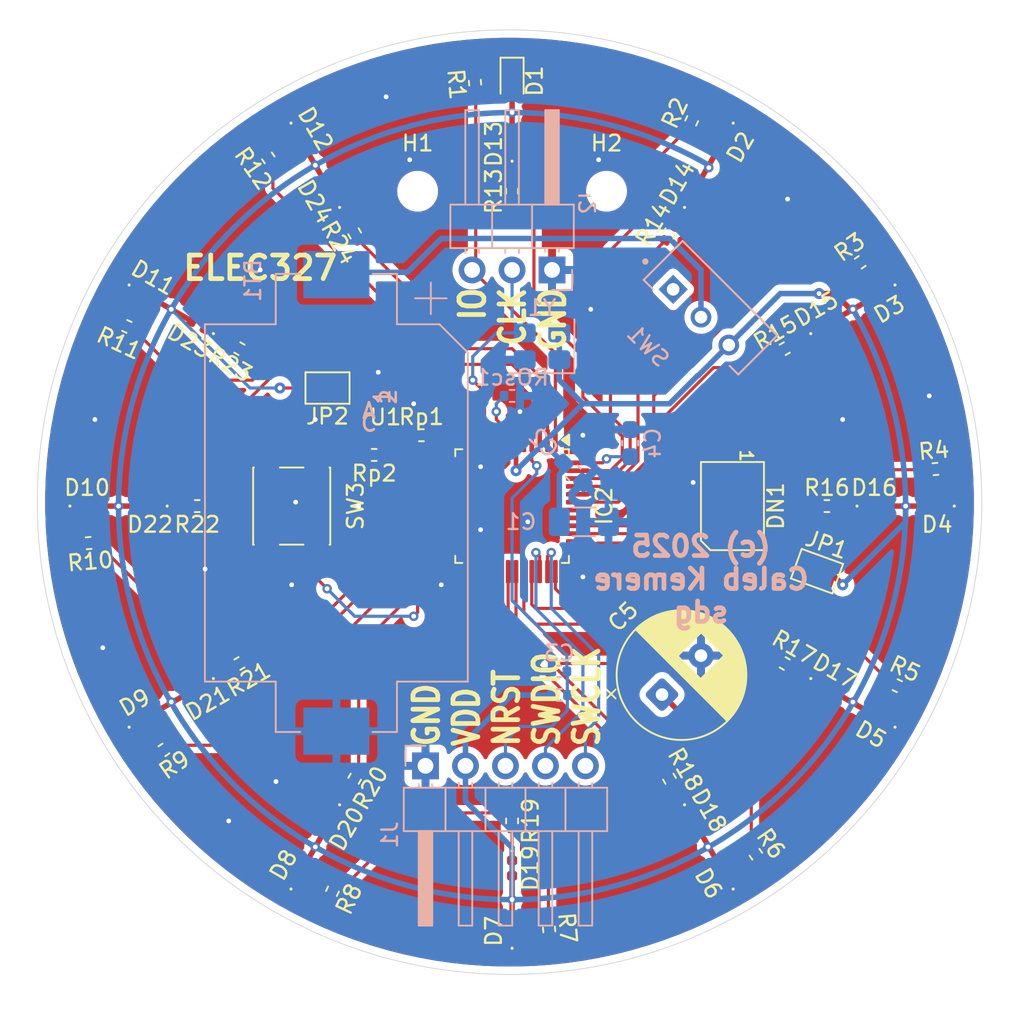
<source format=kicad_pcb>
(kicad_pcb (version 20241229) (generator "pcbnew") (generator_version "9.0")
  (layers (0 "F.Cu" signal) (2 "B.Cu" signal) (13 "F.Paste" user) (15 "B.Paste" user) (5 "F.SilkS" user "F.Silkscreen") (7 "B.SilkS" user "B.Silkscreen") (1 "F.Mask" user) (3 "B.Mask" user) (25 "Edge.Cuts" user))
  (net 0 "")
  (net 1 "Net-(BT1-+)")
  (net 2 "GND")
  (net 3 "VDD")
  (net 4 "NRST")
  (net 5 "VCORE")
  (net 6 "Net-(D1-K)")
  (net 8 "Net-(DN1-VDD)")
  (net 9 "NEOPIXEL_DATA")
  (net 10 "SWCLK")
  (net 11 "SWDIO")
  (net 12 "LFCLK")
  (net 13 "LED11A")
  (net 14 "ROSC")
  (net 15 "LED4A")
  (net 16 "LED8B")
  (net 17 "LED10A")
  (net 18 "LED12B")
  (net 19 "LED7A")
  (net 20 "LED5B")
  (net 21 "LED5A")
  (net 22 "LED1A")
  (net 23 "LED2B")
  (net 24 "I2C1_SDA")
  (net 25 "LED10B")
  (net 26 "LED7B")
  (net 27 "LED8A")
  (net 28 "LED4B")
  (net 29 "LED9B")
  (net 31 "LED3A")
  (net 32 "LED6B")
  (net 33 "BUTTON_IO")
  (net 34 "LED2A")
  (net 35 "LED6A")
  (net 36 "LED1B")
  (net 37 "LED9A")
  (net 39 "LED11B")
  (net 41 "LED12A")
  (net 42 "LED3B")
  (net 43 "Net-(D13-K)")
  (net 44 "Net-(D2-K)")
  (net 45 "Net-(D3-K)")
  (net 46 "Net-(D4-K)")
  (net 47 "Net-(D5-K)")
  (net 48 "Net-(D6-K)")
  (net 49 "Net-(D7-K)")
  (net 50 "Net-(D8-K)")
  (net 51 "Net-(D9-K)")
  (net 52 "Net-(D10-K)")
  (net 53 "Net-(D11-K)")
  (net 54 "Net-(D12-K)")
  (net 55 "Net-(D14-K)")
  (net 56 "Net-(D15-K)")
  (net 57 "Net-(D16-K)")
  (net 58 "Net-(D17-K)")
  (net 59 "Net-(D18-K)")
  (net 60 "Net-(D19-K)")
  (net 61 "Net-(D20-K)")
  (net 62 "Net-(D21-K)")
  (net 63 "Net-(D22-K)")
  (net 64 "Net-(D23-K)")
  (net 65 "Net-(D24-K)")
  (net 74 "I2C1_SCL")
  (net 77 "Net-(JP2-A)")
  (footprint "LED_SMD:LED_SK6812MINI_PLCC4_3.5x3.5mm_P1.75mm" (layer "F.Cu") (at 114 100 -90)
    (property "Reference" "DN1")
    (property "Value" "SK6812MINI")
  )
  (footprint "Resistor_SMD:R_0402_1005Metric" (layer "F.Cu") (at 100 80 90)
    (property "Reference" "R13")
    (property "Value" "330")
  )
  (footprint "Resistor_SMD:R_0402_1005Metric" (layer "F.Cu") (at 126.897212 97.645757 5)
    (property "Reference" "R4")
    (property "Value" "470")
  )
  (footprint "LED_SMD:LED_0402_1005Metric" (layer "F.Cu") (at 119.918584 111.5 -30)
    (property "Reference" "D17")
    (property "Value" "XINGLIGHT XL-1005UYC")
  )
  (footprint "Resistor_SMD:R_0402_1005Metric" (layer "F.Cu") (at 117.320508 110 -30)
    (property "Reference" "R17")
    (property "Value" "330")
  )
  (footprint "Jumper:SolderJumper-2_P1.3mm_Open_TrianglePad1.0x1.5mm" (layer "F.Cu") (at 88.275 92.5 180)
    (property "Reference" "JP2")
    (property "Value" "SolderJumper_2_Open")
  )
  (footprint "LED_SMD:LED_0402_1005Metric" (layer "F.Cu") (at 123.382685 113.5 150)
    (property "Reference" "D5")
    (property "Value" "XL-1005SURC")
  )
  (footprint "Button_Switch_SMD:SW_SPST_PTS647_Sx38" (layer "F.Cu") (at 86 100 -90)
    (property "Reference" "SW3")
    (property "Value" "SW_SPST")
  )
  (footprint "LED_SMD:LED_0402_1005Metric" (layer "F.Cu") (at 111.5 119.918584 -60)
    (property "Reference" "D18")
    (property "Value" "XINGLIGHT XL-1005UYC")
  )
  (footprint "MountingHole:MountingHole_2.1mm" (layer "F.Cu") (at 94 80)
    (property "Reference" "H1")
    (property "Value" "MountingHole")
  )
  (footprint "LED_SMD:LED_0402_1005Metric" (layer "F.Cu") (at 127 100 180)
    (property "Reference" "D4")
    (property "Value" "XL-1005SURC")
  )
  (footprint "ELEC327-Kicad:DSBGA6_YBG_TEX" (layer "F.Cu") (at 91.95 94.34995)
    (property "Reference" "U1")
    (property "Value" "TMAG3001A2YBGR")
  )
  (footprint "Resistor_SMD:R_0402_1005Metric" (layer "F.Cu") (at 82.679491 90 150)
    (property "Reference" "R23")
    (property "Value" "330")
  )
  (footprint "Resistor_SMD:R_0402_1005Metric" (layer "F.Cu") (at 110 82.679491 60)
    (property "Reference" "R14")
    (property "Value" "330")
  )
  (footprint "Resistor_SMD:R_0402_1005Metric" (layer "F.Cu") (at 84.51339 77.881857 125)
    (property "Reference" "R12")
    (property "Value" "470")
  )
  (footprint "LED_SMD:LED_0402_1005Metric" (layer "F.Cu") (at 80.081415 88.5 150)
    (property "Reference" "D23")
    (property "Value" "XINGLIGHT XL-1005UYC")
  )
  (footprint "LED_SMD:LED_0402_1005Metric" (layer "F.Cu") (at 76.617314 86.5 -30)
    (property "Reference" "D11")
    (property "Value" "XL-1005SURC")
  )
  (footprint "Resistor_SMD:R_0402_1005Metric" (layer "F.Cu") (at 91.24 96.75 180)
    (property "Reference" "Rp2")
    (property "Value" "2k")
  )
  (footprint "LED_SMD:LED_0402_1005Metric" (layer "F.Cu") (at 76.617314 113.5 30)
    (property "Reference" "D9")
    (property "Value" "XL-1005SURC")
  )
  (footprint "Resistor_SMD:R_0402_1005Metric" (layer "F.Cu") (at 97.64675 73.101706 95)
    (property "Reference" "R1")
    (property "Value" "470")
  )
  (footprint "LED_SMD:LED_0402_1005Metric" (layer "F.Cu") (at 100 127 90)
    (property "Reference" "D7")
    (property "Value" "XL-1005SURC")
  )
  (footprint "Resistor_SMD:R_0402_1005Metric" (layer "F.Cu") (at 94.24 95.5)
    (property "Reference" "Rp1")
    (property "Value" "2k")
  )
  (footprint "LED_SMD:LED_0603_1608Metric" (layer "F.Cu") (at 100 73 -90)
    (property "Reference" "D1")
    (property "Value" "LED")
  )
  (footprint "LED_SMD:LED_0402_1005Metric" (layer "F.Cu") (at 123 100)
    (property "Reference" "D16")
    (property "Value" "XINGLIGHT XL-1005UYC")
  )
  (footprint "LED_SMD:LED_0402_1005Metric" (layer "F.Cu") (at 86.499999 76.617314 -60)
    (property "Reference" "D12")
    (property "Value" "XL-1005SURC")
  )
  (footprint "Resistor_SMD:R_0402_1005Metric" (layer "F.Cu") (at 89.999999 82.679491 120)
    (property "Reference" "R24")
    (property "Value" "330")
  )
  (footprint "LED_SMD:LED_0402_1005Metric" (layer "F.Cu") (at 73 100)
    (property "Reference" "D10")
    (property "Value" "XL-1005SURC")
  )
  (footprint "LED_SMD:LED_0402_1005Metric" (layer "F.Cu") (at 77 100 180)
    (property "Reference" "D22")
    (property "Value" "XINGLIGHT XL-1005UYC")
  )
  (footprint "LED_SMD:LED_0402_1005Metric" (layer "F.Cu") (at 119.918584 88.5 30)
    (property "Reference" "D15")
    (property "Value" "XINGLIGHT XL-1005UYC")
  )
  (footprint "Package_QFP:LQFP-48_7x7mm_P0.5mm" (layer "F.Cu") (at 100 100 -90)
    (property "Reference" "IC2")
    (property "Value" "MSPM0G3507SPTR")
  )
  (footprint "Resistor_SMD:R_0402_1005Metric" (layer "F.Cu") (at 122.117059 84.512399 35)
    (property "Reference" "R3")
    (property "Value" "470")
  )
  (footprint "LED_SMD:LED_0402_1005Metric" (layer "F.Cu") (at 113.5 76.617314 -120)
    (property "Reference" "D2")
    (property "Value" "XL-1005SURC")
  )
  (footprint "LED_SMD:LED_0402_1005Metric" (layer "F.Cu") (at 80.081415 111.5 -150)
    (property "Reference" "D21")
    (property "Value" "XINGLIGHT XL-1005UYC")
  )
  (footprint "Resistor_SMD:R_0402_1005Metric" (layer "F.Cu") (at 88.589262 124.469272 -115)
    (property "Reference" "R8")
    (property "Value" "470")
  )
  (footprint "MountingHole:MountingHole_2.1mm" (layer "F.Cu") (at 106 80)
    (property "Reference" "H2")
    (property "Value" "MountingHole")
  )
  (footprint "Resistor_SMD:R_0402_1005Metric" (layer "F.Cu") (at 117.320508 90 30)
    (property "Reference" "R15")
    (property "Value" "330")
  )
  (footprint "LED_SMD:LED_0402_1005Metric" (layer "F.Cu") (at 88.5 119.918584 -120)
    (property "Reference" "D20")
    (property "Value" "XINGLIGHT XL-1005UYC")
  )
  (footprint "Resistor_SMD:R_0402_1005Metric" (layer "F.Cu") (at 73.102698 102.352167 -175)
    (property "Reference" "R10")
    (property "Value" "470")
  )
  (footprint "LED_SMD:LED_0402_1005Metric" (layer "F.Cu") (at 88.499999 80.081415 120)
    (property "Reference" "D24")
    (property "Value" "XINGLIGHT XL-1005UYC")
  )
  (footprint "Resistor_SMD:R_0402_1005Metric" (layer "F.Cu") (at 82.679491 110 -150)
    (property "Reference" "R21")
    (property "Value" "330")
  )
  (footprint "Resistor_SMD:R_0402_1005Metric" (layer "F.Cu") (at 110 117.320508 -60)
    (property "Reference" "R18")
    (property "Value" "330")
  )
  (footprint "Jumper:SolderJumper-2_P1.3mm_Open_TrianglePad1.0x1.5mm" (layer "F.Cu") (at 119.372132 104.1375 -20)
    (property "Reference" "JP1")
    (property "Value" "SolderJumper_2_Open")
  )
  (footprint "Capacitor_THT:CP_Radial_D8.0mm_P3.50mm" (layer "F.Cu") (at 109.525126 111.974874 45)
    (property "Reference" "C5")
    (property "Value" "C_Polarized_US")
  )
  (footprint "Resistor_SMD:R_0402_1005Metric" (layer "F.Cu") (at 77.882849 115.485526 -145)
    (property "Reference" "R9")
    (property "Value" "470")
  )
  (footprint "Resistor_SMD:R_0402_1005Metric" (layer "F.Cu") (at 100 120 -90)
    (property "Reference" "R19")
    (property "Value" "330")
  )
  (footprint "LED_SMD:LED_0402_1005Metric" (layer "F.Cu") (at 123.382685 86.5 -150)
    (property "Reference" "D3")
    (property "Value" "XL-1005SURC")
  )
  (footprint "Resistor_SMD:R_0402_1005Metric" (layer "F.Cu") (at 75.529644 88.588269 155)
    (property "Reference" "R11")
    (property "Value" "470")
  )
  (footprint "LED_SMD:LED_0402_1005Metric" (layer "F.Cu") (at 113.5 123.382685 120)
    (property "Reference" "D6")
    (property "Value" "XL-1005SURC")
  )
  (footprint "Resistor_SMD:R_0402_1005Metric" (layer "F.Cu") (at 102.35316 126.896219 -85)
    (property "Reference" "R7")
    (property "Value" "470")
  )
  (footprint "Resistor_SMD:R_0402_1005Metric" (layer "F.Cu") (at 115.486518 122.116067 -55)
    (property "Reference" "R6")
    (property "Value" "470")
  )
  (footprint "LED_SMD:LED_0402_1005Metric" (layer "F.Cu") (at 86.5 123.382685 60)
    (property "Reference" "D8")
    (property "Value" "XL-1005SURC")
  )
  (footprint "LED_SMD:LED_0402_1005Metric" (layer "F.Cu") (at 100 123 -90)
    (property "Reference" "D19")
    (property "Value" "XINGLIGHT XL-1005UYC")
  )
  (footprint "Resistor_SMD:R_0402_1005Metric" (layer "F.Cu") (at 111.410648 75.528652 65)
    (property "Reference" "R2")
    (property "Value" "470")
  )
  (footprint "Resistor_SMD:R_0402_1005Metric" (layer "F.Cu") (at 120 100)
    (property "Reference" "R16")
    (property "Value" "330")
  )
  (footprint "Resistor_SMD:R_0402_1005Metric" (layer "F.Cu") (at 89.999999 117.320508 -120)
    (property "Reference" "R20")
    (property "Value" "330")
  )
  (footprint "Resistor_SMD:R_0402_1005Metric" (layer "F.Cu") (at 124.470264 111.409656 -25)
    (property "Reference" "R5")
    (property "Value" "470")
  )
  (footprint "LED_SMD:LED_0402_1005Metric" (layer "F.Cu") (at 100 77 90)
    (property "Reference" "D13")
    (property "Value" "XINGLIGHT XL-1005UYC")
  )
  (footprint "Resistor_SMD:R_0402_1005Metric" (layer "F.Cu") (at 80 100 180)
    (property "Reference" "R22")
    (property "Value" "330")
  )
  (footprint "LED_SMD:LED_0402_1005Metric" (layer "F.Cu") (at 111.5 80.081415 60)
    (property "Reference" "D14")
    (property "Value" "XINGLIGHT XL-1005UYC")
  )
  (footprint "Resistor_SMD:R_0402_1005Metric" (layer "B.Cu") (at 100 93 180)
    (property "Reference" "ROsc1")
    (property "Value" "100k")
  )
  (footprint "ELEC327-Kicad:SW_EG1270" (layer "B.Cu") (at 112 88 -45)
    (property "Reference" "SW1")
    (property "Value" "SW_SPDT")
  )
  (footprint "Crystal:Crystal_SMD_3225-4Pin_3.2x2.5mm" (layer "B.Cu") (at 101.9 89.85 180)
    (property "Reference" "Y1")
    (property "Value" "YC32.768KUBCE2O")
  )
  (footprint "Connector_PinHeader_2.54mm:PinHeader_1x03_P2.54mm_Horizontal" (layer "B.Cu") (at 102.54 85 90)
    (property "Reference" "J2")
    (property "Value" "Conn_01x03_Pin")
  )
  (footprint "Capacitor_SMD:C_1206_3216Metric_Pad1.33x1.80mm_HandSolder" (layer "B.Cu") (at 104.5625 101)
    (property "Reference" "C1")
    (property "Value" "10uF")
  )
  (footprint "Battery:BatteryHolder_Keystone_1060_1x2032" (layer "B.Cu") (at 88.8375 99.8 -90)
    (property "Reference" "BT1")
    (property "Value" "Battery_Cell")
  )
  (footprint "Resistor_SMD:R_0402_1005Metric" (layer "B.Cu") (at 103 112 180)
    (property "Reference" "RRst1" (hide yes))
    (property "Value" "47k")
  )
  (footprint "Connector_PinHeader_2.54mm:PinHeader_1x05_P2.54mm_Horizontal" (layer "B.Cu") (at 94.5 116.5 -90)
    (property "Reference" "J1")
    (property "Value" "Conn_01x05")
  )
  (footprint "Capacitor_SMD:C_0603_1608Metric_Pad1.08x0.95mm_HandSolder" (layer "B.Cu") (at 107.5 96 90)
    (property "Reference" "C4")
    (property "Value" "0.47 uF")
  )
  (footprint "Capacitor_SMD:C_0603_1608Metric_Pad1.08x0.95mm_HandSolder" (layer "B.Cu") (at 103.89012 97.89012 -45)
    (property "Reference" "C2")
    (property "Value" "0.1uF")
  )
  (footprint "Capacitor_SMD:C_0402_1005Metric" (layer "B.Cu") (at 103 110.5 180)
    (property "Reference" "C3")
    (property "Value" "10nF")
  )
  (gr_arc (start 121.65 87.5) (mid 82.322944 117.677505) (end 112.49945 78.349682) (stroke (width 0.35)) (layer "B.Cu") (net 3))
  (gr_circle (center 99.8375 99.75) (end 99.8375 129.75) (stroke (width 0.05)) (fill no) (layer "Edge.Cuts"))
  (gr_text "ELEC327" (at 84 85.75 0) (layer "F.SilkS") (effects (font (size 1.5 1.5) (thickness 0.3) (bold yes)) (justify bottom)))
  (gr_text "IO\nCLK\nGND" (at 103.5 86 90) (layer "F.SilkS") (effects (font (size 1.58 1.27) (thickness 0.3) (bold yes)) (justify right bottom)))
  (gr_text "GND\nVDD\nNRST\nSWDIO\nSWCLK" (at 105.663599 115.398159 90) (layer "F.SilkS") (effects (font (size 1.58 1.27) (thickness 0.3) (bold yes)) (justify left bottom)))
  (gr_text "(c) 2025\nCaleb Kemere\nsdg" (at 112 107.5 0) (layer "B.SilkS") (effects (font (size 1.3 1.3) (thickness 0.3) (bold yes)) (justify bottom mirror)))
  (segment (start 112 85) (end 110 83) (width 0.35) (layer "B.Cu") (net 1))
  (segment (start 93.35 85.15) (end 95.5 83) (width 0.35) (layer "B.Cu") (net 1))
  (segment (start 112 88) (end 112 85) (width 0.35) (layer "B.Cu") (net 1))
  (segment (start 88.8375 85.15) (end 93.35 85.15) (width 0.35) (layer "B.Cu") (net 1))
  (segment (start 95.5 83) (end 110 83) (width 0.35) (layer "B.Cu") (net 1))
  (segment (start 99.75 97.25) (end 99.5 97.5) (width 0.3) (layer "F.Cu") (net 2))
  (segment (start 92.9026 94.3474) (end 92.1526 94.3474) (width 0.15) (layer "F.Cu") (net 2))
  (segment (start 92.5999 93.5) (end 92.1526 93.9473) (width 0.15) (layer "F.Cu") (net 2))
  (segment (start 99.75 94.25) (end 99.75 95.8375) (width 0.3) (layer "F.Cu") (net 2))
  (segment (start 92.1526 93.9473) (end 92.1526 93.9499) (width 0.2) (layer "F.Cu") (net 2))
  (segment (start 100 94) (end 99.75 94.25) (width 0.3) (layer "F.Cu") (net 2))
  (segment (start 99.75 95.8375) (end 99.75 97.25) (width 0.3) (layer "F.Cu") (net 2))
  (segment (start 93.75 93.5) (end 92.5999 93.5) (width 0.2) (layer "F.Cu") (net 2))
  (segment (start 99.5 97.5) (end 98 97.5) (width 0.3) (layer "F.Cu") (net 2))
  (segment (start 100.5 94) (end 100 94) (width 0.3) (layer "F.Cu") (net 2))
  (segment (start 93.75 93.5) (end 92.9026 94.3474) (width 0.2) (layer "F.Cu") (net 2))
  (via (at 105.5 78) (size 0.6) (drill 0.3) (layers "F.Cu" "B.Cu") (net 2))
  (via (at 121 94.5) (size 0.6) (drill 0.3) (layers "F.Cu" "B.Cu") (net 2))
  (via (at 93.5 78) (size 0.6) (drill 0.3) (layers "F.Cu" "B.Cu") (net 2))
  (via (at 95.5 105) (size 0.6) (drill 0.3) (layers "F.Cu" "B.Cu") (net 2))
  (via (at 104.5 104.5) (size 0.6) (drill 0.3) (layers "F.Cu" "B.Cu") (net 2))
  (via (at 105 87.5) (size 0.6) (drill 0.3) (layers "F.Cu" "B.Cu") (net 2))
  (via (at 98 97.5) (size 0.6) (drill 0.3) (layers "F.Cu" "B.Cu") (net 2))
  (via (at 73.5 94.5) (size 0.6) (drill 0.3) (layers "F.Cu" "B.Cu") (net 2))
  (via (at 74 109) (size 0.6) (drill 0.3) (layers "F.Cu" "B.Cu") (net 2))
  (via (at 84 85) (size 0.6) (drill 0.3) (layers "F.Cu" "B.Cu") (net 2))
  (via (at 111.5 98.5) (size 0.6) (drill 0.3) (layers "F.Cu" "B.Cu") (net 2))
  (via (at 91.5 91.5) (size 0.6) (drill 0.3) (layers "F.Cu" "B.Cu") (net 2))
  (via (at 100.5 94) (size 0.7) (drill 0.3) (layers "F.Cu" "B.Cu") (net 2))
  (via (at 93.75 93.5) (size 0.6) (drill 0.3) (layers "F.Cu" "B.Cu") (net 2))
  (via (at 86 105) (size 0.6) (drill 0.3) (layers "F.Cu" "B.Cu") (net 2))
  (via (at 80.5 104) (size 0.6) (drill 0.3) (layers "F.Cu" "B.Cu") (net 2))
  (via (at 90.25 100) (size 0.6) (drill 0.3) (layers "F.Cu" "B.Cu") (net 2))
  (via (at 82 120) (size 0.6) (drill 0.3) (layers "F.Cu" "B.Cu") (net 2))
  (via (at 87.5 94.5) (size 0.6) (drill 0.3) (layers "F.Cu" "B.Cu") (net 2))
  (via (at 92 74) (size 0.6) (drill 0.3) (layers "F.Cu" "B.Cu") (net 2))
  (via (at 86.25 99.75) (size 0.6) (drill 0.3) (layers "F.Cu" "B.Cu") (net 2))
  (via (at 101 101) (size 0.6) (drill 0.3) (layers "F.Cu" "B.Cu") (net 2))
  (via (at 104.5 95.5) (size 0.6) (drill 0.3) (layers "F.Cu" "B.Cu") (net 2))
  (via (at 85 117.5) (size 0.6) (drill 0.3) (layers "F.Cu" "B.Cu") (net 2))
  (via (at 117.5 80.5) (size 0.6) (drill 0.3) (layers "F.Cu" "B.Cu") (net 2))
  (via (at 98 101.5) (size 0.6) (drill 0.3) (layers "F.Cu" "B.Cu") (net 2))
  (via (at 126.5 93) (size 0.6) (drill 0.3) (layers "F.Cu" "B.Cu") (net 2))
  (segment (start 125 100) (end 123.485 100) (width 0.35) (layer "F.Cu") (net 3))
  (segment (start 120.5 86.5) (end 121.500001 87.500002) (width 0.35) (layer "F.Cu") (net 3))
  (segment (start 114 118.081106) (end 111.7425 120.338606) (width 0.35) (layer "F.Cu") (net 3))
  (segment (start 86.7425 122.962663) (end 88.2575 120.338606) (width 0.35) (layer "F.Cu") (net 3))
  (segment (start 112.5 78.5) (end 112.499999 78.5) (width 0.35) (layer "F.Cu") (net 3))
  (segment (start 113.2575 77.037336) (end 112.444864 78.444864) (width 0.35) (layer "F.Cu") (net 3))
  (segment (start 77.037336 86.7425) (end 79.661393 88.2575) (width 0.35) (layer "F.Cu") (net 3))
  (segment (start 100.25 97.75) (end 100.25 95.8375) (width 0.3) (layer "F.Cu") (net 3))
  (segment (start 86.742499 77.037336) (end 88.257499 79.661393) (width 0.35) (layer "F.Cu") (net 3))
  (segment (start 120.338606 111.7425) (end 122.962663 113.2575) (width 0.35) (layer "F.Cu") (net 3))
  (segment (start 87.55 92.5) (end 85.25 92.5) (width 0.2) (layer "F.Cu") (net 3))
  (segment (start 77.037336 113.2575) (end 79.661393 111.7425) (width 0.35) (layer "F.Cu") (net 3))
  (segment (start 114 116.449748) (end 114 118.081106) (width 0.35) (layer "F.Cu") (net 3))
  (segment (start 75 100) (end 76.515 100) (width 0.35) (layer "F.Cu") (net 3))
  (segment (start 100 73.7875) (end 100 75) (width 0.35) (layer "F.Cu") (net 3))
  (segment (start 112.444864 78.444864) (end 111.7425 79.661393) (width 0.35) (layer "F.Cu") (net 3))
  (segment (start 120.053409 104.385465) (end 120.385465 104.385465) (width 0.35) (layer "F.Cu") (net 3))
  (segment (start 126.515 100) (end 125 100) (width 0.35) (layer "F.Cu") (net 3))
  (segment (start 111.7425 120.338606) (end 113.2575 122.962663) (width 0.35) (layer "F.Cu") (net 3))
  (segment (start 100 123.485) (end 100 125) (width 0.35) (layer "F.Cu") (net 3))
  (segment (start 100 125) (end 100 126.515) (width 0.35) (layer "F.Cu") (net 3))
  (segment (start 112.444864 78.444864) (end 112.5 78.5) (width 0.35) (layer "F.Cu") (net 3))
  (segment (start 120.385465 104.385465) (end 121 105) (width 0.35) (layer "F.Cu") (net 3))
  (segment (start 100 75) (end 100 76.515) (width 0.35) (layer "F.Cu") (net 3))
  (segment (start 73.485 100) (end 75 100) (width 0.35) (layer "F.Cu") (net 3))
  (segment (start 122.962663 86.7425) (end 120.338606 88.2575) (width 0.35) (layer "F.Cu") (net 3))
  (segment (start 119.5 86.5) (end 120.5 86.5) (width 0.35) (layer "F.Cu") (net 3))
  (segment (start 109.525126 111.974874) (end 114 116.449748) (width 0.35) (layer "F.Cu") (net 3))
  (via (at 100 125) (size 0.6) (drill 0.3) (layers "F.Cu" "B.Cu") (net 3))
  (via (at 121.65 87.5) (size 0.6) (drill 0.3) (layers "F.Cu" "B.Cu") (net 3))
  (via (at 100.25 97.75) (size 0.7) (drill 0.3) (layers "F.Cu" "B.Cu") (net 3))
  (via (at 112.444864 121.65) (size 0.6) (drill 0.3) (layers "F.Cu" "B.Cu") (net 3))
  (via (at 121 105) (size 0.7) (drill 0.3) (layers "F.Cu" "B.Cu") (net 3))
  (via (at 87.5 121.65) (size 0.6) (drill 0.3) (layers "F.Cu" "B.Cu") (net 3))
  (via (at 78.34936 87.5) (size 0.6) (drill 0.3) (layers "F.Cu" "B.Cu") (net 3))
  (via (at 121.65 112.444864) (size 0.6) (drill 0.3) (layers "F.Cu" "B.Cu") (net 3))
  (via (at 100 75) (size 0.6) (drill 0.3) (layers "F.Cu" "B.Cu") (net 3))
  (via (at 119.5 86.5) (size 0.7) (drill 0.3) (layers "F.Cu" "B.Cu") (net 3))
  (via (at 78.34936 112.444864) (size 0.6) (drill 0.3) (layers "F.Cu" "B.Cu") (net 3))
  (via (at 125 100) (size 0.6) (drill 0.3) (layers "F.Cu" "B.Cu") (net 3))
  (via (at 112.5 78.5) (size 0.6) (drill 0.3) (layers "F.Cu" "B.Cu") (net 3))
  (via (at 85.25 92.5) (size 0.7) (drill 0.3) (layers "F.Cu" "B.Cu") (net 3))
  (via (at 87.5 78.34936) (size 0.6) (drill 0.3) (layers "F.Cu" "B.Cu") (net 3))
  (via (at 75 100) (size 0.6) (drill 0.3) (layers "F.Cu" "B.Cu") (net 3))
  (segment (start 103.28024 97.28024) (end 102 96) (width 0.35) (layer "B.Cu") (net 3))
  (segment (start 121 105) (end 125 101) (width 0.35) (layer "B.Cu") (net 3))
  (segment (start 125 101) (end 125 100) (width 0.35) (layer "B.Cu") (net 3))
  (segment (start 103 90.7) (end 103 89) (width 0.35) (layer "B.Cu") (net 3))
  (segment (start 100 121.7025) (end 100 125) (width 0.35) (layer "B.Cu") (net 3))
  (segment (start 104.5 93.5) (end 102 96) (width 0.35) (layer "B.Cu") (net 3))
  (segment (start 103 98) (end 103 101) (width 0.35) (layer "B.Cu") (net 3))
  (segment (start 103.28024 97.71976) (end 103 98) (width 0.35) (layer "B.Cu") (net 3))
  (segment (start 83.34936 92.5) (end 78.34936 87.5) (width 0.2) (layer "B.Cu") (net 3))
  (segment (start 104.5 93.5) (end 103 92) (width 0.35) (layer "B.Cu") (net 3))
  (segment (start 85.25 92.5) (end 83.34936 92.5) (width 0.2) (layer "B.Cu") (net 3))
  (segment (start 97.04 116.5) (end 97.04 118.7425) (width 0.35) (layer "B.Cu") (net 3))
  (segment (start 111.823223 91.712311) (end 117.035534 86.5) (width 0.35) (layer "B.Cu") (net 3))
  (segment (start 97.04 116.5) (end 97.04 114.96) (width 0.35) (layer "B.Cu") (net 3))
  (segment (start 117.035534 86.5) (end 119.5 86.5) (width 0.35) (layer "B.Cu") (net 3))
  (segment (start 110 93.5) (end 104.5 93.5) (width 0.35) (layer "B.Cu") (net 3))
  (segment (start 100 112) (end 102.49 112) (width 0.35) (layer "B.Cu") (net 3))
  (segment (start 102 96) (end 100.25 97.75) (width 0.35) (layer "B.Cu") (net 3))
  (segment (start 103.28024 97.28024) (end 103.28024 97.71976) (width 0.35) (layer "B.Cu") (net 3))
  (segment (start 111.787689 91.712311) (end 110 93.5) (width 0.35) (layer "B.Cu") (net 3))
  (segment (start 103 92) (end 103 90.7) (width 0.35) (layer "B.Cu") (net 3))
  (segment (start 111.823223 91.712311) (end 111.787689 91.712311) (width 0.35) (layer "B.Cu") (net 3))
  (segment (start 97.04 114.96) (end 100 112) (width 0.35) (layer "B.Cu") (net 3))
  (segment (start 97.04 118.7425) (end 100 121.7025) (width 0.35) (layer "B.Cu") (net 3))
  (segment (start 101.25 97.118626) (end 101.565687 97.434313) (width 0.2) (layer "F.Cu") (net 4))
  (segment (start 101.25 95.8375) (end 101.25 97.118626) (width 0.2) (layer "F.Cu") (net 4))
  (via (at 101.565687 97.434313) (size 0.6) (drill 0.3) (layers "F.Cu" "B.Cu") (net 4))
  (segment (start 101.565687 97.934313) (end 101.565687 97.434313) (width 0.2) (layer "B.Cu") (net 4))
  (segment (start 100 106) (end 100 99.5) (width 0.2) (layer "B.Cu") (net 4))
  (segment (start 103.48 110.5) (end 103.48 109.48) (width 0.2) (layer "B.Cu") (net 4))
  (segment (start 103.51 112) (end 103.51 112.99) (width 0.2) (layer "B.Cu") (net 4))
  (segment (start 100 99.5) (end 101.565687 97.934313) (width 0.2) (layer "B.Cu") (net 4))
  (segment (start 103.51 112) (end 103.51 110.53) (width 0.2) (layer "B.Cu") (net 4))
  (segment (start 103.48 109.48) (end 100 106) (width 0.2) (layer "B.Cu") (net 4))
  (segment (start 103.51 112.99) (end 102.5 114) (width 0.2) (layer "B.Cu") (net 4))
  (segment (start 102.5 114) (end 100.5 114) (width 0.2) (layer "B.Cu") (net 4))
  (segment (start 100.5 114) (end 99.58 114.92) (width 0.2) (layer "B.Cu") (net 4))
  (segment (start 103.51 110.53) (end 103.48 110.5) (width 0.2) (layer "B.Cu") (net 4))
  (segment (start 99.58 114.92) (end 99.58 116.5) (width 0.2) (layer "B.Cu") (net 4))
  (segment (start 104.1625 97.25) (end 105.75 97.25) (width 0.2) (layer "F.Cu") (net 5))
  (segment (start 105.75 97.25) (end 106 97) (width 0.2) (layer "F.Cu") (net 5))
  (via (at 106 97) (size 0.6) (drill 0.3) (layers "F.Cu" "B.Cu") (net 5))
  (segment (start 107.5 96.8625) (end 106.1375 96.8625) (width 0.2) (layer "B.Cu") (net 5))
  (segment (start 106.1375 96.8625) (end 106 97) (width 0.2) (layer "B.Cu") (net 5))
  (segment (start 97.602301 72.593647) (end 100 72.2125) (width 0.2) (layer "F.Cu") (net 6))
  (segment (start 118.690855 103.889535) (end 116.389535 103.889535) (width 0.2) (layer "F.Cu") (net 8))
  (segment (start 116.389535 103.889535) (end 114.875 102.375) (width 0.2) (layer "F.Cu") (net 8))
  (segment (start 114.875 102.375) (end 114.875 101.749999) (width 0.2) (layer "F.Cu") (net 8))
  (segment (start 110.5 105.5) (end 113.125 102.875) (width 0.2) (layer "F.Cu") (net 9))
  (segment (start 113.125 102.875) (end 113.125 101.749999) (width 0.2) (layer "F.Cu") (net 9))
  (segment (start 102.75 104.1625) (end 102.75 105.25) (width 0.2) (layer "F.Cu") (net 9))
  (segment (start 103 105.5) (end 110.5 105.5) (width 0.2) (layer "F.Cu") (net 9))
  (segment (start 102.75 105.25) (end 103 105.5) (width 0.2) (layer "F.Cu") (net 9))
  (segment (start 102.488145 102.954836) (end 102.25 103.192981) (width 0.2) (layer "F.Cu") (net 10))
  (segment (start 102.25 103.192981) (end 102.25 104.1625) (width 0.2) (layer "F.Cu") (net 10))
  (via (at 102.488145 102.954836) (size 0.6) (drill 0.3) (layers "F.Cu" "B.Cu") (net 10))
  (segment (start 104.66 114.34) (end 104.66 116.5) (width 0.2) (layer "B.Cu") (net 10))
  (segment (start 105.5 109.5) (end 105.5 113.5) (width 0.2) (layer "B.Cu") (net 10))
  (segment (start 105.5 113.5) (end 104.66 114.34) (width 0.2) (layer "B.Cu") (net 10))
  (segment (start 102.488145 102.954836) (end 102.488145 106.488145) (width 0.2) (layer "B.Cu") (net 10))
  (segment (start 102.488145 106.488145) (end 105.5 109.5) (width 0.2) (layer "B.Cu") (net 10))
  (segment (start 101.75 103.190908) (end 101.75 104.1625) (width 0.2) (layer "F.Cu") (net 11))
  (segment (start 101.514975 102.955883) (end 101.75 103.190908) (width 0.2) (layer "F.Cu") (net 11))
  (via (at 101.514975 102.955883) (size 0.6) (drill 0.3) (layers "F.Cu" "B.Cu") (net 11))
  (segment (start 104.5 109.5) (end 104.5 113) (width 0.2) (layer "B.Cu") (net 11))
  (segment (start 102.12 115.38) (end 102.12 116.5) (width 0.2) (layer "B.Cu") (net 11))
  (segment (start 101.514975 106.514975) (end 104.5 109.5) (width 0.2) (layer "B.Cu") (net 11))
  (segment (start 104.5 113) (end 102.12 115.38) (width 0.2) (layer "B.Cu") (net 11))
  (segment (start 101.514975 102.955883) (end 101.514975 106.514975) (width 0.2) (layer "B.Cu") (net 11))
  (segment (start 98.25 95.8375) (end 98.25 92.75) (width 0.2) (layer "F.Cu") (net 12))
  (segment (start 98.25 92.75) (end 97.5 92) (width 0.2) (layer "F.Cu") (net 12))
  (via (at 97.5 92) (size 0.6) (drill 0.3) (layers "F.Cu" "B.Cu") (net 12))
  (segment (start 97.5 92) (end 97.5 90.5) (width 0.2) (layer "B.Cu") (net 12))
  (segment (start 100.8 89) (end 99 89) (width 0.2) (layer "B.Cu") (net 12))
  (segment (start 100 88.2) (end 100.8 89) (width 0.2) (layer "B.Cu") (net 12))
  (segment (start 100 85) (end 100 88.2) (width 0.2) (layer "B.Cu") (net 12))
  (segment (start 97.5 90.5) (end 99 89) (width 0.2) (layer "B.Cu") (net 12))
  (segment (start 84.805914 79.805914) (end 84.805914 78.299625) (width 0.2) (layer "F.Cu") (net 13))
  (segment (start 100 91) (end 96 91) (width 0.2) (layer "F.Cu") (net 13))
  (segment (start 96 91) (end 84.805914 79.805914) (width 0.2) (layer "F.Cu") (net 13))
  (segment (start 101.75 92.75) (end 100 91) (width 0.2) (layer "F.Cu") (net 13))
  (segment (start 101.75 95.8375) (end 101.75 92.75) (width 0.2) (layer "F.Cu") (net 13))
  (segment (start 99.25 95.8375) (end 99.25 94.75) (width 0.2) (layer "F.Cu") (net 14))
  (segment (start 99.25 94.75) (end 99 94.5) (width 0.2) (layer "F.Cu") (net 14))
  (segment (start 99 94.5) (end 99 94) (width 0.2) (layer "F.Cu") (net 14))
  (via (at 99 94) (size 0.6) (drill 0.3) (layers "F.Cu" "B.Cu") (net 14))
  (segment (start 99 93.49) (end 99.49 93) (width 0.2) (layer "B.Cu") (net 14))
  (segment (start 99 94) (end 99 93.49) (width 0.2) (layer "B.Cu") (net 14))
  (segment (start 101.25 106.25) (end 101.5 106.5) (width 0.2) (layer "F.Cu") (net 15))
  (segment (start 119.313926 106.5) (end 124.008047 111.194121) (width 0.2) (layer "F.Cu") (net 15))
  (segment (start 101.5 106.5) (end 119.313926 106.5) (width 0.2) (layer "F.Cu") (net 15))
  (segment (start 101.25 104.1625) (end 101.25 106.25) (width 0.2) (layer "F.Cu") (net 15))
  (segment (start 94.1158 99.25) (end 95.8375 99.25) (width 0.2) (layer "F.Cu") (net 16))
  (segment (start 86.255 109.745) (end 92.5 103.5) (width 0.2) (layer "F.Cu") (net 16))
  (segment (start 83.121164 109.745) (end 86.255 109.745) (width 0.2) (layer "F.Cu") (net 16))
  (segment (start 92.5 100.8658) (end 94.1158 99.25) (width 0.2) (layer "F.Cu") (net 16))
  (segment (start 92.5 103.5) (end 92.5 100.8658) (width 0.2) (layer "F.Cu") (net 16))
  (segment (start 97.25 94.6158) (end 92.7852 90.151) (width 0.2) (layer "F.Cu") (net 17))
  (segment (start 85.349 90.151) (end 83.5 92) (width 0.2) (layer "F.Cu") (net 17))
  (segment (start 92.7852 90.151) (end 85.349 90.151) (width 0.2) (layer "F.Cu") (net 17))
  (segment (start 83.5 92) (end 79.188057 92) (width 0.2) (layer "F.Cu") (net 17))
  (segment (start 97.25 95.8375) (end 97.25 94.6158) (width 0.2) (layer "F.Cu") (net 17))
  (segment (start 79.188057 92) (end 75.991861 88.803804) (width 0.2) (layer "F.Cu") (net 17))
  (segment (start 107 95.5671) (end 107 97) (width 0.2) (layer "F.Cu") (net 18))
  (segment (start 100 80.51) (end 101.389 81.899) (width 0.2) (layer "F.Cu") (net 18))
  (segment (start 101.389 81.899) (end 101.389 87.389) (width 0.2) (layer "F.Cu") (net 18))
  (segment (start 104.5 93.0671) (end 107 95.5671) (width 0.2) (layer "F.Cu") (net 18))
  (segment (start 107 97) (end 106.25 97.75) (width 0.2) (layer "F.Cu") (net 18))
  (segment (start 106.25 97.75) (end 104.1625 97.75) (width 0.2) (layer "F.Cu") (net 18))
  (segment (start 104.5 90.5) (end 104.5 93.0671) (width 0.2) (layer "F.Cu") (net 18))
  (segment (start 101.389 87.389) (end 104.5 90.5) (width 0.2) (layer "F.Cu") (net 18))
  (segment (start 92 121.5) (end 92 111.5) (width 0.2) (layer "F.Cu") (net 19))
  (segment (start 98.25 105.25) (end 98.25 104.1625) (width 0.2) (layer "F.Cu") (net 19))
  (segment (start 89.492945 124.007055) (end 92 121.5) (width 0.2) (layer "F.Cu") (net 19))
  (segment (start 88.804797 124.007055) (end 89.492945 124.007055) (width 0.2) (layer "F.Cu") (net 19))
  (segment (start 92 111.5) (end 98.25 105.25) (width 0.2) (layer "F.Cu") (net 19))
  (segment (start 99.75 107.25) (end 109.378835 116.878835) (width 0.2) (layer "F.Cu") (net 20))
  (segment (start 99.75 104.1625) (end 99.75 107.25) (width 0.2) (layer "F.Cu") (net 20))
  (segment (start 109.378835 116.878835) (end 109.745 116.878835) (width 0.2) (layer "F.Cu") (net 20))
  (segment (start 115.193994 115.693994) (end 115.193994 121.698299) (width 0.2) (layer "F.Cu") (net 21))
  (segment (start 100.25 104.1625) (end 100.25 107.1829) (width 0.2) (layer "F.Cu") (net 21))
  (segment (start 103.0671 110) (end 109.5 110) (width 0.2) (layer "F.Cu") (net 21))
  (segment (start 100.25 107.1829) (end 103.0671 110) (width 0.2) (layer "F.Cu") (net 21))
  (segment (start 109.5 110) (end 115.193994 115.693994) (width 0.2) (layer "F.Cu") (net 21))
  (segment (start 106.25 94.25) (end 107.5 95.5) (width 0.2) (layer "F.Cu") (net 22))
  (segment (start 111.195113 75.990869) (end 109 78.185982) (width 0.2) (layer "F.Cu") (net 22))
  (segment (start 109 81) (end 106.25 83.75) (width 0.2) (layer "F.Cu") (net 22))
  (segment (start 106.3171 98.25) (end 104.1625 98.25) (width 0.2) (layer "F.Cu") (net 22))
  (segment (start 107.5 95.5) (end 107.5 97.0671) (width 0.2) (layer "F.Cu") (net 22))
  (segment (start 109 78.185982) (end 109 81) (width 0.2) (layer "F.Cu") (net 22))
  (segment (start 107.5 97.0671) (end 106.3171 98.25) (width 0.2) (layer "F.Cu") (net 22))
  (segment (start 106.25 83.75) (end 106.25 94.25) (width 0.2) (layer "F.Cu") (net 22))
  (segment (start 112.794837 91.205163) (end 109.5 94.5) (width 0.2) (layer "F.Cu") (net 23))
  (segment (start 115.928672 91.205163) (end 112.794837 91.205163) (width 0.2) (layer "F.Cu") (net 23))
  (segment (start 106.75 99.75) (end 104.1625 99.75) (width 0.2) (layer "F.Cu") (net 23))
  (segment (start 109.5 94.5) (end 109.5 97) (width 0.2) (layer "F.Cu") (net 23))
  (segment (start 109.5 97) (end 106.75 99.75) (width 0.2) (layer "F.Cu") (net 23))
  (segment (start 116.878835 90.255) (end 115.928672 91.205163) (width 0.2) (layer "F.Cu") (net 23))
  (segment (start 91.75 96.75) (end 91.75 97) (width 0.2) (layer "F.Cu") (net 24))
  (segment (start 91.75 96.75) (end 91.7474 96.7474) (width 0.2) (layer "F.Cu") (net 24))
  (segment (start 91.75 97) (end 93 98.25) (width 0.2) (layer "F.Cu") (net 24))
  (segment (start 95.8375 98.25) (end 93 98.25) (width 0.2) (layer "F.Cu") (net 24))
  (segment (start 91.7474 96.7474) (end 91.7474 94.75255) (width 0.15) (layer "F.Cu") (net 24))
  (segment (start 97.75 94.25) (end 97.75 95.8375) (width 0.2) (layer "F.Cu") (net 25))
  (segment (start 83.121164 90.255) (end 83.995 90.255) (width 0.2) (layer "F.Cu") (net 25))
  (segment (start 84.5 89.75) (end 93.25 89.75) (width 0.2) (layer "F.Cu") (net 25))
  (segment (start 93.25 89.75) (end 97.75 94.25) (width 0.2) (layer "F.Cu") (net 25))
  (segment (start 83.995 90.255) (end 84.5 89.75) (width 0.2) (layer "F.Cu") (net 25))
  (segment (start 94.25 100.25) (end 93.401 101.099) (width 0.2) (layer "F.Cu") (net 26))
  (segment (start 90.254999 109.004999) (end 90.254999 116.878835) (width 0.2) (layer "F.Cu") (net 26))
  (segment (start 90.25 109) (end 90.254999 109.004999) (width 0.2) (layer "F.Cu") (net 26))
  (segment (start 95.8375 100.25) (end 94.25 100.25) (width 0.2) (layer "F.Cu") (net 26))
  (segment (start 93.401 105.849) (end 90.25 109) (width 0.2) (layer "F.Cu") (net 26))
  (segment (start 93.401 101.099) (end 93.401 105.849) (width 0.2) (layer "F.Cu") (net 26))
  (segment (start 93 104.5) (end 82.306998 115.193002) (width 0.2) (layer "F.Cu") (net 27))
  (segment (start 94.1829 99.75) (end 93 100.9329) (width 0.2) (layer "F.Cu") (net 27))
  (segment (start 93 100.9329) (end 93 104.5) (width 0.2) (layer "F.Cu") (net 27))
  (segment (start 95.8375 99.75) (end 94.1829 99.75) (width 0.2) (layer "F.Cu") (net 27))
  (segment (start 82.306998 115.193002) (end 78.300617 115.193002) (width 0.2) (layer "F.Cu") (net 27))
  (segment (start 101.5 107.5) (end 114.633834 107.5) (width 0.2) (layer "F.Cu") (net 28))
  (segment (start 100.75 104.1625) (end 100.75 106.75) (width 0.2) (layer "F.Cu") (net 28))
  (segment (start 114.633834 107.5) (end 116.878835 109.745) (width 0.2) (layer "F.Cu") (net 28))
  (segment (start 100.75 106.75) (end 101.5 107.5) (width 0.2) (layer "F.Cu") (net 28))
  (segment (start 85.948 90.552) (end 80.51 95.99) (width 0.2) (layer "F.Cu") (net 29))
  (segment (start 95.8375 97.25) (end 95.8375 93.7704) (width 0.2) (layer "F.Cu") (net 29))
  (segment (start 92.6191 90.552) (end 85.948 90.552) (width 0.2) (layer "F.Cu") (net 29))
  (segment (start 95.8375 93.7704) (end 92.6191 90.552) (width 0.2) (layer "F.Cu") (net 29))
  (segment (start 80.51 95.99) (end 80.51 100) (width 0.2) (layer "F.Cu") (net 29))
  (segment (start 112.5 96) (end 107.25 101.25) (width 0.2) (layer "F.Cu") (net 31))
  (segment (start 119.190206 97.690206) (end 117.5 96) (width 0.2) (layer "F.Cu") (net 31))
  (segment (start 107.25 101.25) (end 104.1625 101.25) (width 0.2) (layer "F.Cu") (net 31))
  (segment (start 117.5 96) (end 112.5 96) (width 0.2) (layer "F.Cu") (net 31))
  (segment (start 126.389153 97.690206) (end 119.190206 97.690206) (width 0.2) (layer "F.Cu") (net 31))
  (segment (start 100 119.49) (end 93.99 119.49) (width 0.2) (layer "F.Cu") (net 32))
  (segment (start 92.401 117.901) (end 92.401 112.099) (width 0.2) (layer "F.Cu") (net 32))
  (segment (start 98.75 105.75) (end 98.75 104.1625) (width 0.2) (layer "F.Cu") (net 32))
  (segment (start 93.99 119.49) (end 92.401 117.901) (width 0.2) (layer "F.Cu") (net 32))
  (segment (start 92.401 112.099) (end 98.75 105.75) (width 0.2) (layer "F.Cu") (net 32))
  (segment (start 94.5 101.75) (end 94 102.25) (width 0.2) (layer "F.Cu") (net 33))
  (segment (start 95.8375 101.75) (end 94.5 101.75) (width 0.2) (layer "F.Cu") (net 33))
  (segment (start 94 102.25) (end 94 106.75) (width 0.2) (layer "F.Cu") (net 33))
  (segment (start 87.6 97.375) (end 87.6 102.625) (width 0.2) (layer "F.Cu") (net 33))
  (segment (start 87.6 102.625) (end 87.6 104.6) (width 0.2) (layer "F.Cu") (net 33))
  (segment (start 94 106.75) (end 93.75 107) (width 0.2) (layer "F.Cu") (net 33))
  (segment (start 87.6 104.6) (end 88.25 105.25) (width 0.2) (layer "F.Cu") (net 33))
  (via (at 88.25 105.25) (size 0.6) (drill 0.3) (layers "F.Cu" "B.Cu") (net 33))
  (via (at 93.75 107) (size 0.6) (drill 0.3) (layers "F.Cu" "B.Cu") (net 33))
  (segment (start 90 107) (end 88.25 105.25) (width 0.2) (layer "B.Cu") (net 33))
  (segment (start 93.75 107) (end 90 107) (width 0.2) (layer "B.Cu") (net 33))
  (segment (start 117.195077 84.804923) (end 121.699291 84.804923) (width 0.2) (layer "F.Cu") (net 34))
  (segment (start 104.1625 99.25) (end 106.4513 99.25) (width 0.2) (layer "F.Cu") (net 34))
  (segment (start 106.4513 99.25) (end 109 96.7013) (width 0.2) (layer "F.Cu") (net 34))
  (segment (start 109 96.7013) (end 109 93) (width 0.2) (layer "F.Cu") (net 34))
  (segment (start 109 93) (end 117.195077 84.804923) (width 0.2) (layer "F.Cu") (net 34))
  (segment (start 99.25 104.1625) (end 99.25 107.75) (width 0.2) (layer "F.Cu") (net 35))
  (segment (start 99.25 107.75) (end 106.5 115) (width 0.2) (layer "F.Cu") (net 35))
  (segment (start 106.5 115) (end 106.5 117.5) (width 0.2) (layer "F.Cu") (net 35))
  (segment (start 106.5 117.5) (end 102.308711 121.691289) (width 0.2) (layer "F.Cu") (net 35))
  (segment (start 102.308711 121.691289) (end 102.308711 126.38816) (width 0.2) (layer "F.Cu") (net 35))
  (segment (start 108 84.866164) (end 109.745 83.121164) (width 0.2) (layer "F.Cu") (net 36))
  (segment (start 108 97.1342) (end 108 84.866164) (width 0.2) (layer "F.Cu") (net 36))
  (segment (start 106.3842 98.75) (end 108 97.1342) (width 0.2) (layer "F.Cu") (net 36))
  (segment (start 104.1625 98.75) (end 106.3842 98.75) (width 0.2) (layer "F.Cu") (net 36))
  (segment (start 78.303039 107) (end 73.610757 102.307718) (width 0.2) (layer "F.Cu") (net 37))
  (segment (start 94.0487 98.75) (end 91.5 101.2987) (width 0.2) (layer "F.Cu") (net 37))
  (segment (start 95.8375 98.75) (end 94.0487 98.75) (width 0.2) (layer "F.Cu") (net 37))
  (segment (start 88 107) (end 78.303039 107) (width 0.2) (layer "F.Cu") (net 37))
  (segment (start 91.5 103.5) (end 88 107) (width 0.2) (layer "F.Cu") (net 37))
  (segment (start 91.5 101.2987) (end 91.5 103.5) (width 0.2) (layer "F.Cu") (net 37))
  (segment (start 97 90) (end 100 90) (width 0.2) (layer "F.Cu") (net 39))
  (segment (start 102.25 95.8375) (end 102.25 92.25) (width 0.2) (layer "F.Cu") (net 39))
  (segment (start 90.254999 83.121164) (end 95 87.866165) (width 0.2) (layer "F.Cu") (net 39))
  (segment (start 95 87.866165) (end 95 88) (width 0.2) (layer "F.Cu") (net 39))
  (segment (start 102.25 92.25) (end 100 90) (width 0.2) (layer "F.Cu") (net 39))
  (segment (start 95 88) (end 97 90) (width 0.2) (layer "F.Cu") (net 39))
  (segment (start 97.691199 84.768801) (end 97.46 85) (width 0.2) (layer "F.Cu") (net 41))
  (segment (start 97.46 85) (end 102.75 90.29) (width 0.2) (layer "F.Cu") (net 41))
  (segment (start 97.691199 73.609765) (end 97.691199 84.768801) (width 0.2) (layer "F.Cu") (net 41))
  (segment (start 102.75 95.8375) (end 102.75 90.29) (width 0.2) (layer "F.Cu") (net 41))
  (segment (start 108.75 101.75) (end 110.5 100) (width 0.2) (layer "F.Cu") (net 42))
  (segment (start 104.1625 101.75) (end 108.75 101.75) (width 0.2) (layer "F.Cu") (net 42))
  (segment (start 110.5 100) (end 119.49 100) (width 0.2) (layer "F.Cu") (net 42))
  (segment (start 100 77.485) (end 100 79.49) (width 0.2) (layer "F.Cu") (net 43))
  (segment (start 111.626183 75.066435) (end 113.7425 76.197292) (width 0.2) (layer "F.Cu") (net 44))
  (segment (start 122.534827 84.219875) (end 123.802707 86.2575) (width 0.2) (layer "F.Cu") (net 45))
  (segment (start 127.405271 97.601308) (end 127.485 100) (width 0.2) (layer "F.Cu") (net 46))
  (segment (start 124.932481 111.625191) (end 123.802707 113.7425) (width 0.2) (layer "F.Cu") (net 47))
  (segment (start 115.779042 122.533835) (end 113.7425 123.802707) (width 0.2) (layer "F.Cu") (net 48))
  (segment (start 102.397609 127.404278) (end 100 127.485) (width 0.2) (layer "F.Cu") (net 49))
  (segment (start 88.373727 124.931489) (end 86.2575 123.802707) (width 0.2) (layer "F.Cu") (net 50))
  (segment (start 76.197292 113.7425) (end 77.465081 115.77805) (width 0.2) (layer "F.Cu") (net 51))
  (segment (start 72.515 100) (end 72.594639 102.396616) (width 0.2) (layer "F.Cu") (net 52))
  (segment (start 76.197292 86.2575) (end 75.067427 88.372734) (width 0.2) (layer "F.Cu") (net 53))
  (segment (start 84.220866 77.464089) (end 86.257499 76.197292) (width 0.2) (layer "F.Cu") (net 54))
  (segment (start 111.2575 80.501437) (end 110.255 82.237818) (width 0.2) (layer "F.Cu") (net 55))
  (segment (start 119.498562 88.7425) (end 117.762181 89.745) (width 0.2) (layer "F.Cu") (net 56))
  (segment (start 122.515 100) (end 120.51 100) (width 0.2) (layer "F.Cu") (net 57))
  (segment (start 119.498562 111.2575) (end 117.762181 110.255) (width 0.2) (layer "F.Cu") (net 58))
  (segment (start 111.2575 119.498562) (end 110.255 117.762181) (width 0.2) (layer "F.Cu") (net 59))
  (segment (start 100 122.515) (end 100 120.51) (width 0.2) (layer "F.Cu") (net 60))
  (segment (start 88.7425 119.498562) (end 89.744999 117.762181) (width 0.2) (layer "F.Cu") (net 61))
  (segment (start 80.501437 111.2575) (end 82.237818 110.255) (width 0.2) (layer "F.Cu") (net 62))
  (segment (start 77.485 100) (end 79.49 100) (width 0.2) (layer "F.Cu") (net 63))
  (segment (start 80.501437 88.7425) (end 82.237818 89.745) (width 0.2) (layer "F.Cu") (net 64))
  (segment (start 88.742499 80.501437) (end 89.744999 82.237818) (width 0.2) (layer "F.Cu") (net 65))
  (segment (start 93.73 97.23) (end 94.25 97.75) (width 0.2) (layer "F.Cu") (net 74))
  (segment (start 95.8375 97.75) (end 94.25 97.75) (width 0.2) (layer "F.Cu") (net 74))
  (segment (start 93.73 95.5) (end 93.73 94.98) (width 0.2) (layer "F.Cu") (net 74))
  (segment (start 93 94.75) (end 92.99745 94.75255) (width 0.2) (layer "F.Cu") (net 74))
  (segment (start 93.73 94.98) (end 93.5 94.75) (width 0.2) (layer "F.Cu") (net 74))
  (segment (start 93.73 95.5) (end 93.73 97.23) (width 0.2) (layer "F.Cu") (net 74))
  (segment (start 93.5 94.75) (end 93 94.75) (width 0.2) (layer "F.Cu") (net 74))
  (segment (start 92.99745 94.75255) (end 92.1526 94.75255) (width 0.15) (layer "F.Cu") (net 74))
  (segment (start 89 92.5) (end 90.44735 93.94735) (width 0.2) (layer "F.Cu") (net 77))
  (segment (start 94.75 93.25) (end 94 92.5) (width 0.2) (layer "F.Cu") (net 77))
  (segment (start 94.75 95.5) (end 94.75 93.25) (width 0.2) (layer "F.Cu") (net 77))
  (segment (start 90.44735 93.94735) (end 91.7474 93.94735) (width 0.15) (layer "F.Cu") (net 77))
  (segment (start 90.5 96.52) (end 90.5 94) (width 0.2) (layer "F.Cu") (net 77))
  (segment (start 90.5 94) (end 90.44735 93.94735) (width 0.2) (layer "F.Cu") (net 77))
  (segment (start 90.73 96.75) (end 90.5 96.52) (width 0.2) (layer "F.Cu") (net 77))
  (segment (start 94 92.5) (end 89 92.5) (width 0.2) (layer "F.Cu") (net 77))
  (zone (net 2) (net_name "GND") (layers "F.Cu" "B.Cu") (connect_pads (clearance 0.4)) (min_thickness 0.25) (fill yes (thermal_gap 0.5) (thermal_bridge_width 0.5))
    (polygon (pts (xy 70 130) (xy 130 130) (xy 130 70) (xy 70 70)))
  )
)
</source>
